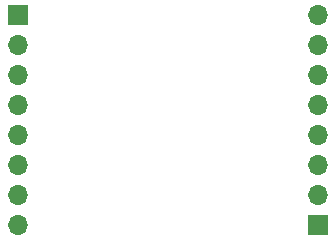
<source format=gbr>
%TF.GenerationSoftware,KiCad,Pcbnew,8.0.6*%
%TF.CreationDate,2024-11-12T13:12:49-05:00*%
%TF.ProjectId,lora_breakout,6c6f7261-5f62-4726-9561-6b6f75742e6b,rev?*%
%TF.SameCoordinates,Original*%
%TF.FileFunction,Soldermask,Bot*%
%TF.FilePolarity,Negative*%
%FSLAX46Y46*%
G04 Gerber Fmt 4.6, Leading zero omitted, Abs format (unit mm)*
G04 Created by KiCad (PCBNEW 8.0.6) date 2024-11-12 13:12:49*
%MOMM*%
%LPD*%
G01*
G04 APERTURE LIST*
%ADD10O,1.700000X1.700000*%
%ADD11R,1.700000X1.700000*%
G04 APERTURE END LIST*
D10*
%TO.C,J2*%
X127000000Y-93980000D03*
X127000000Y-91440000D03*
X127000000Y-88900000D03*
X127000000Y-86360000D03*
X127000000Y-83820000D03*
X127000000Y-81280000D03*
X127000000Y-78740000D03*
D11*
X127000000Y-76200000D03*
%TD*%
%TO.C,J1*%
X152400000Y-93980000D03*
D10*
X152400000Y-91440000D03*
X152400000Y-88900000D03*
X152400000Y-86360000D03*
X152400000Y-83820000D03*
X152400000Y-81280000D03*
X152400000Y-78740000D03*
X152400000Y-76200000D03*
%TD*%
M02*

</source>
